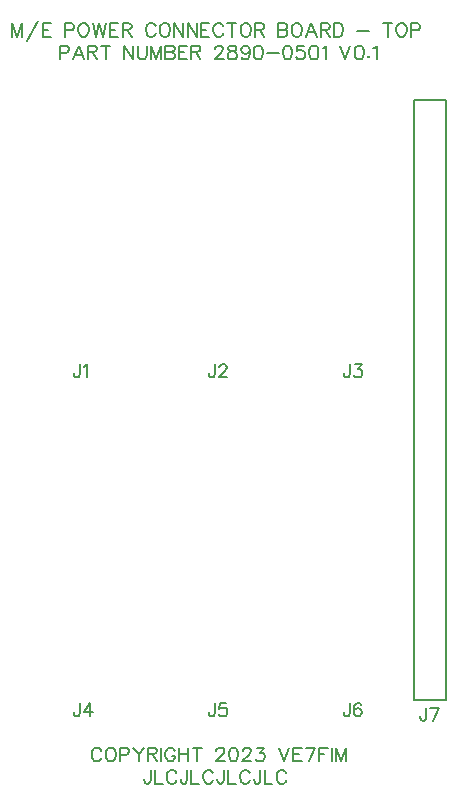
<source format=gto>
G04 Layer: TopSilkscreenLayer*
G04 EasyEDA v6.5.29, 2023-07-18 11:38:57*
G04 be89d959f12a418793a534216dc81482,5a6b42c53f6a479593ecc07194224c93,10*
G04 Gerber Generator version 0.2*
G04 Scale: 100 percent, Rotated: No, Reflected: No *
G04 Dimensions in millimeters *
G04 leading zeros omitted , absolute positions ,4 integer and 5 decimal *
%FSLAX45Y45*%
%MOMM*%

%ADD10C,0.2032*%
%ADD11C,0.1524*%

%LPD*%
D10*
X317500Y11843258D02*
G01*
X317500Y11728704D01*
X317500Y11843258D02*
G01*
X361187Y11728704D01*
X404876Y11843258D02*
G01*
X361187Y11728704D01*
X404876Y11843258D02*
G01*
X404876Y11728704D01*
X538987Y11865102D02*
G01*
X440689Y11690350D01*
X575055Y11843258D02*
G01*
X575055Y11728704D01*
X575055Y11843258D02*
G01*
X645921Y11843258D01*
X575055Y11788647D02*
G01*
X618489Y11788647D01*
X575055Y11728704D02*
G01*
X645921Y11728704D01*
X765809Y11843258D02*
G01*
X765809Y11728704D01*
X765809Y11843258D02*
G01*
X814831Y11843258D01*
X831341Y11837670D01*
X836675Y11832336D01*
X842263Y11821413D01*
X842263Y11804904D01*
X836675Y11793981D01*
X831341Y11788647D01*
X814831Y11783313D01*
X765809Y11783313D01*
X910843Y11843258D02*
G01*
X899922Y11837670D01*
X889254Y11826747D01*
X883665Y11815826D01*
X878331Y11799570D01*
X878331Y11772392D01*
X883665Y11755881D01*
X889254Y11744960D01*
X899922Y11734037D01*
X910843Y11728704D01*
X932688Y11728704D01*
X943609Y11734037D01*
X954531Y11744960D01*
X960120Y11755881D01*
X965454Y11772392D01*
X965454Y11799570D01*
X960120Y11815826D01*
X954531Y11826747D01*
X943609Y11837670D01*
X932688Y11843258D01*
X910843Y11843258D01*
X1001522Y11843258D02*
G01*
X1028700Y11728704D01*
X1056131Y11843258D02*
G01*
X1028700Y11728704D01*
X1056131Y11843258D02*
G01*
X1083309Y11728704D01*
X1110488Y11843258D02*
G01*
X1083309Y11728704D01*
X1146556Y11843258D02*
G01*
X1146556Y11728704D01*
X1146556Y11843258D02*
G01*
X1217422Y11843258D01*
X1146556Y11788647D02*
G01*
X1190243Y11788647D01*
X1146556Y11728704D02*
G01*
X1217422Y11728704D01*
X1253490Y11843258D02*
G01*
X1253490Y11728704D01*
X1253490Y11843258D02*
G01*
X1302511Y11843258D01*
X1319022Y11837670D01*
X1324356Y11832336D01*
X1329943Y11821413D01*
X1329943Y11810492D01*
X1324356Y11799570D01*
X1319022Y11793981D01*
X1302511Y11788647D01*
X1253490Y11788647D01*
X1291590Y11788647D02*
G01*
X1329943Y11728704D01*
X1531620Y11815826D02*
G01*
X1526286Y11826747D01*
X1515363Y11837670D01*
X1504441Y11843258D01*
X1482597Y11843258D01*
X1471675Y11837670D01*
X1460754Y11826747D01*
X1455420Y11815826D01*
X1449831Y11799570D01*
X1449831Y11772392D01*
X1455420Y11755881D01*
X1460754Y11744960D01*
X1471675Y11734037D01*
X1482597Y11728704D01*
X1504441Y11728704D01*
X1515363Y11734037D01*
X1526286Y11744960D01*
X1531620Y11755881D01*
X1600454Y11843258D02*
G01*
X1589531Y11837670D01*
X1578609Y11826747D01*
X1573022Y11815826D01*
X1567688Y11799570D01*
X1567688Y11772392D01*
X1573022Y11755881D01*
X1578609Y11744960D01*
X1589531Y11734037D01*
X1600454Y11728704D01*
X1622297Y11728704D01*
X1633220Y11734037D01*
X1644141Y11744960D01*
X1649475Y11755881D01*
X1655063Y11772392D01*
X1655063Y11799570D01*
X1649475Y11815826D01*
X1644141Y11826747D01*
X1633220Y11837670D01*
X1622297Y11843258D01*
X1600454Y11843258D01*
X1690877Y11843258D02*
G01*
X1690877Y11728704D01*
X1690877Y11843258D02*
G01*
X1767331Y11728704D01*
X1767331Y11843258D02*
G01*
X1767331Y11728704D01*
X1803400Y11843258D02*
G01*
X1803400Y11728704D01*
X1803400Y11843258D02*
G01*
X1879600Y11728704D01*
X1879600Y11843258D02*
G01*
X1879600Y11728704D01*
X1915668Y11843258D02*
G01*
X1915668Y11728704D01*
X1915668Y11843258D02*
G01*
X1986534Y11843258D01*
X1915668Y11788647D02*
G01*
X1959356Y11788647D01*
X1915668Y11728704D02*
G01*
X1986534Y11728704D01*
X2104390Y11815826D02*
G01*
X2099056Y11826747D01*
X2088134Y11837670D01*
X2077211Y11843258D01*
X2055368Y11843258D01*
X2044445Y11837670D01*
X2033524Y11826747D01*
X2027936Y11815826D01*
X2022602Y11799570D01*
X2022602Y11772392D01*
X2027936Y11755881D01*
X2033524Y11744960D01*
X2044445Y11734037D01*
X2055368Y11728704D01*
X2077211Y11728704D01*
X2088134Y11734037D01*
X2099056Y11744960D01*
X2104390Y11755881D01*
X2178558Y11843258D02*
G01*
X2178558Y11728704D01*
X2140458Y11843258D02*
G01*
X2216658Y11843258D01*
X2285491Y11843258D02*
G01*
X2274570Y11837670D01*
X2263647Y11826747D01*
X2258313Y11815826D01*
X2252725Y11799570D01*
X2252725Y11772392D01*
X2258313Y11755881D01*
X2263647Y11744960D01*
X2274570Y11734037D01*
X2285491Y11728704D01*
X2307336Y11728704D01*
X2318258Y11734037D01*
X2329179Y11744960D01*
X2334513Y11755881D01*
X2340102Y11772392D01*
X2340102Y11799570D01*
X2334513Y11815826D01*
X2329179Y11826747D01*
X2318258Y11837670D01*
X2307336Y11843258D01*
X2285491Y11843258D01*
X2375915Y11843258D02*
G01*
X2375915Y11728704D01*
X2375915Y11843258D02*
G01*
X2425191Y11843258D01*
X2441447Y11837670D01*
X2447036Y11832336D01*
X2452370Y11821413D01*
X2452370Y11810492D01*
X2447036Y11799570D01*
X2441447Y11793981D01*
X2425191Y11788647D01*
X2375915Y11788647D01*
X2414270Y11788647D02*
G01*
X2452370Y11728704D01*
X2572511Y11843258D02*
G01*
X2572511Y11728704D01*
X2572511Y11843258D02*
G01*
X2621534Y11843258D01*
X2637790Y11837670D01*
X2643377Y11832336D01*
X2648711Y11821413D01*
X2648711Y11810492D01*
X2643377Y11799570D01*
X2637790Y11793981D01*
X2621534Y11788647D01*
X2572511Y11788647D02*
G01*
X2621534Y11788647D01*
X2637790Y11783313D01*
X2643377Y11777726D01*
X2648711Y11766804D01*
X2648711Y11750547D01*
X2643377Y11739626D01*
X2637790Y11734037D01*
X2621534Y11728704D01*
X2572511Y11728704D01*
X2717545Y11843258D02*
G01*
X2706624Y11837670D01*
X2695702Y11826747D01*
X2690113Y11815826D01*
X2684779Y11799570D01*
X2684779Y11772392D01*
X2690113Y11755881D01*
X2695702Y11744960D01*
X2706624Y11734037D01*
X2717545Y11728704D01*
X2739390Y11728704D01*
X2750311Y11734037D01*
X2761234Y11744960D01*
X2766568Y11755881D01*
X2772156Y11772392D01*
X2772156Y11799570D01*
X2766568Y11815826D01*
X2761234Y11826747D01*
X2750311Y11837670D01*
X2739390Y11843258D01*
X2717545Y11843258D01*
X2851658Y11843258D02*
G01*
X2807970Y11728704D01*
X2851658Y11843258D02*
G01*
X2895345Y11728704D01*
X2824479Y11766804D02*
G01*
X2878836Y11766804D01*
X2931413Y11843258D02*
G01*
X2931413Y11728704D01*
X2931413Y11843258D02*
G01*
X2980436Y11843258D01*
X2996691Y11837670D01*
X3002279Y11832336D01*
X3007613Y11821413D01*
X3007613Y11810492D01*
X3002279Y11799570D01*
X2996691Y11793981D01*
X2980436Y11788647D01*
X2931413Y11788647D01*
X2969513Y11788647D02*
G01*
X3007613Y11728704D01*
X3043681Y11843258D02*
G01*
X3043681Y11728704D01*
X3043681Y11843258D02*
G01*
X3081781Y11843258D01*
X3098291Y11837670D01*
X3109213Y11826747D01*
X3114547Y11815826D01*
X3120136Y11799570D01*
X3120136Y11772392D01*
X3114547Y11755881D01*
X3109213Y11744960D01*
X3098291Y11734037D01*
X3081781Y11728704D01*
X3043681Y11728704D01*
X3240024Y11777726D02*
G01*
X3338322Y11777726D01*
X3496309Y11843258D02*
G01*
X3496309Y11728704D01*
X3458209Y11843258D02*
G01*
X3534663Y11843258D01*
X3603243Y11843258D02*
G01*
X3592322Y11837670D01*
X3581400Y11826747D01*
X3576065Y11815826D01*
X3570477Y11799570D01*
X3570477Y11772392D01*
X3576065Y11755881D01*
X3581400Y11744960D01*
X3592322Y11734037D01*
X3603243Y11728704D01*
X3625088Y11728704D01*
X3636009Y11734037D01*
X3646931Y11744960D01*
X3652520Y11755881D01*
X3657854Y11772392D01*
X3657854Y11799570D01*
X3652520Y11815826D01*
X3646931Y11826747D01*
X3636009Y11837670D01*
X3625088Y11843258D01*
X3603243Y11843258D01*
X3693922Y11843258D02*
G01*
X3693922Y11728704D01*
X3693922Y11843258D02*
G01*
X3742943Y11843258D01*
X3759200Y11837670D01*
X3764788Y11832336D01*
X3770122Y11821413D01*
X3770122Y11804904D01*
X3764788Y11793981D01*
X3759200Y11788647D01*
X3742943Y11783313D01*
X3693922Y11783313D01*
X723900Y11652758D02*
G01*
X723900Y11538204D01*
X723900Y11652758D02*
G01*
X772922Y11652758D01*
X789431Y11647170D01*
X794765Y11641836D01*
X800354Y11630913D01*
X800354Y11614404D01*
X794765Y11603481D01*
X789431Y11598147D01*
X772922Y11592813D01*
X723900Y11592813D01*
X879856Y11652758D02*
G01*
X836168Y11538204D01*
X879856Y11652758D02*
G01*
X923543Y11538204D01*
X852677Y11576304D02*
G01*
X907288Y11576304D01*
X959611Y11652758D02*
G01*
X959611Y11538204D01*
X959611Y11652758D02*
G01*
X1008634Y11652758D01*
X1024890Y11647170D01*
X1030477Y11641836D01*
X1035811Y11630913D01*
X1035811Y11619992D01*
X1030477Y11609070D01*
X1024890Y11603481D01*
X1008634Y11598147D01*
X959611Y11598147D01*
X997711Y11598147D02*
G01*
X1035811Y11538204D01*
X1109979Y11652758D02*
G01*
X1109979Y11538204D01*
X1071879Y11652758D02*
G01*
X1148334Y11652758D01*
X1268222Y11652758D02*
G01*
X1268222Y11538204D01*
X1268222Y11652758D02*
G01*
X1344675Y11538204D01*
X1344675Y11652758D02*
G01*
X1344675Y11538204D01*
X1380743Y11652758D02*
G01*
X1380743Y11570970D01*
X1386077Y11554460D01*
X1397000Y11543537D01*
X1413256Y11538204D01*
X1424177Y11538204D01*
X1440688Y11543537D01*
X1451609Y11554460D01*
X1456943Y11570970D01*
X1456943Y11652758D01*
X1493011Y11652758D02*
G01*
X1493011Y11538204D01*
X1493011Y11652758D02*
G01*
X1536700Y11538204D01*
X1580388Y11652758D02*
G01*
X1536700Y11538204D01*
X1580388Y11652758D02*
G01*
X1580388Y11538204D01*
X1616202Y11652758D02*
G01*
X1616202Y11538204D01*
X1616202Y11652758D02*
G01*
X1665477Y11652758D01*
X1681734Y11647170D01*
X1687068Y11641836D01*
X1692656Y11630913D01*
X1692656Y11619992D01*
X1687068Y11609070D01*
X1681734Y11603481D01*
X1665477Y11598147D01*
X1616202Y11598147D02*
G01*
X1665477Y11598147D01*
X1681734Y11592813D01*
X1687068Y11587226D01*
X1692656Y11576304D01*
X1692656Y11560047D01*
X1687068Y11549126D01*
X1681734Y11543537D01*
X1665477Y11538204D01*
X1616202Y11538204D01*
X1728724Y11652758D02*
G01*
X1728724Y11538204D01*
X1728724Y11652758D02*
G01*
X1799590Y11652758D01*
X1728724Y11598147D02*
G01*
X1772158Y11598147D01*
X1728724Y11538204D02*
G01*
X1799590Y11538204D01*
X1835658Y11652758D02*
G01*
X1835658Y11538204D01*
X1835658Y11652758D02*
G01*
X1884679Y11652758D01*
X1900936Y11647170D01*
X1906524Y11641836D01*
X1911858Y11630913D01*
X1911858Y11619992D01*
X1906524Y11609070D01*
X1900936Y11603481D01*
X1884679Y11598147D01*
X1835658Y11598147D01*
X1873758Y11598147D02*
G01*
X1911858Y11538204D01*
X2037334Y11625326D02*
G01*
X2037334Y11630913D01*
X2042922Y11641836D01*
X2048256Y11647170D01*
X2059177Y11652758D01*
X2081022Y11652758D01*
X2091943Y11647170D01*
X2097277Y11641836D01*
X2102865Y11630913D01*
X2102865Y11619992D01*
X2097277Y11609070D01*
X2086356Y11592813D01*
X2032000Y11538204D01*
X2108200Y11538204D01*
X2171445Y11652758D02*
G01*
X2155190Y11647170D01*
X2149602Y11636247D01*
X2149602Y11625326D01*
X2155190Y11614404D01*
X2166111Y11609070D01*
X2187956Y11603481D01*
X2204211Y11598147D01*
X2215134Y11587226D01*
X2220722Y11576304D01*
X2220722Y11560047D01*
X2215134Y11549126D01*
X2209800Y11543537D01*
X2193290Y11538204D01*
X2171445Y11538204D01*
X2155190Y11543537D01*
X2149602Y11549126D01*
X2144268Y11560047D01*
X2144268Y11576304D01*
X2149602Y11587226D01*
X2160524Y11598147D01*
X2177034Y11603481D01*
X2198877Y11609070D01*
X2209800Y11614404D01*
X2215134Y11625326D01*
X2215134Y11636247D01*
X2209800Y11647170D01*
X2193290Y11652758D01*
X2171445Y11652758D01*
X2327656Y11614404D02*
G01*
X2322068Y11598147D01*
X2311145Y11587226D01*
X2294890Y11581892D01*
X2289302Y11581892D01*
X2273045Y11587226D01*
X2262124Y11598147D01*
X2256536Y11614404D01*
X2256536Y11619992D01*
X2262124Y11636247D01*
X2273045Y11647170D01*
X2289302Y11652758D01*
X2294890Y11652758D01*
X2311145Y11647170D01*
X2322068Y11636247D01*
X2327656Y11614404D01*
X2327656Y11587226D01*
X2322068Y11560047D01*
X2311145Y11543537D01*
X2294890Y11538204D01*
X2283968Y11538204D01*
X2267458Y11543537D01*
X2262124Y11554460D01*
X2396236Y11652758D02*
G01*
X2379979Y11647170D01*
X2369058Y11630913D01*
X2363470Y11603481D01*
X2363470Y11587226D01*
X2369058Y11560047D01*
X2379979Y11543537D01*
X2396236Y11538204D01*
X2407158Y11538204D01*
X2423413Y11543537D01*
X2434336Y11560047D01*
X2439924Y11587226D01*
X2439924Y11603481D01*
X2434336Y11630913D01*
X2423413Y11647170D01*
X2407158Y11652758D01*
X2396236Y11652758D01*
X2475991Y11587226D02*
G01*
X2574036Y11587226D01*
X2642870Y11652758D02*
G01*
X2626359Y11647170D01*
X2615438Y11630913D01*
X2610104Y11603481D01*
X2610104Y11587226D01*
X2615438Y11560047D01*
X2626359Y11543537D01*
X2642870Y11538204D01*
X2653791Y11538204D01*
X2670047Y11543537D01*
X2680970Y11560047D01*
X2686558Y11587226D01*
X2686558Y11603481D01*
X2680970Y11630913D01*
X2670047Y11647170D01*
X2653791Y11652758D01*
X2642870Y11652758D01*
X2787904Y11652758D02*
G01*
X2733293Y11652758D01*
X2727959Y11603481D01*
X2733293Y11609070D01*
X2749804Y11614404D01*
X2766059Y11614404D01*
X2782315Y11609070D01*
X2793238Y11598147D01*
X2798825Y11581892D01*
X2798825Y11570970D01*
X2793238Y11554460D01*
X2782315Y11543537D01*
X2766059Y11538204D01*
X2749804Y11538204D01*
X2733293Y11543537D01*
X2727959Y11549126D01*
X2722372Y11560047D01*
X2867406Y11652758D02*
G01*
X2851150Y11647170D01*
X2840227Y11630913D01*
X2834893Y11603481D01*
X2834893Y11587226D01*
X2840227Y11560047D01*
X2851150Y11543537D01*
X2867406Y11538204D01*
X2878327Y11538204D01*
X2894838Y11543537D01*
X2905759Y11560047D01*
X2911093Y11587226D01*
X2911093Y11603481D01*
X2905759Y11630913D01*
X2894838Y11647170D01*
X2878327Y11652758D01*
X2867406Y11652758D01*
X2947161Y11630913D02*
G01*
X2958084Y11636247D01*
X2974340Y11652758D01*
X2974340Y11538204D01*
X3094481Y11652758D02*
G01*
X3138170Y11538204D01*
X3181604Y11652758D02*
G01*
X3138170Y11538204D01*
X3250438Y11652758D02*
G01*
X3234181Y11647170D01*
X3223259Y11630913D01*
X3217672Y11603481D01*
X3217672Y11587226D01*
X3223259Y11560047D01*
X3234181Y11543537D01*
X3250438Y11538204D01*
X3261359Y11538204D01*
X3277615Y11543537D01*
X3288538Y11560047D01*
X3294125Y11587226D01*
X3294125Y11603481D01*
X3288538Y11630913D01*
X3277615Y11647170D01*
X3261359Y11652758D01*
X3250438Y11652758D01*
X3335527Y11565381D02*
G01*
X3330193Y11560047D01*
X3335527Y11554460D01*
X3340861Y11560047D01*
X3335527Y11565381D01*
X3376929Y11630913D02*
G01*
X3387852Y11636247D01*
X3404361Y11652758D01*
X3404361Y11538204D01*
X1072418Y5681817D02*
G01*
X1066962Y5692726D01*
X1056053Y5703636D01*
X1045146Y5709089D01*
X1023327Y5709089D01*
X1012418Y5703636D01*
X1001509Y5692726D01*
X996053Y5681817D01*
X990600Y5665454D01*
X990600Y5638182D01*
X996053Y5621817D01*
X1001509Y5610908D01*
X1012418Y5599998D01*
X1023327Y5594545D01*
X1045146Y5594545D01*
X1056053Y5599998D01*
X1066962Y5610908D01*
X1072418Y5621817D01*
X1141145Y5709089D02*
G01*
X1130236Y5703636D01*
X1119327Y5692726D01*
X1113871Y5681817D01*
X1108417Y5665454D01*
X1108417Y5638182D01*
X1113871Y5621817D01*
X1119327Y5610908D01*
X1130236Y5599998D01*
X1141145Y5594545D01*
X1162964Y5594545D01*
X1173871Y5599998D01*
X1184780Y5610908D01*
X1190236Y5621817D01*
X1195689Y5638182D01*
X1195689Y5665454D01*
X1190236Y5681817D01*
X1184780Y5692726D01*
X1173871Y5703636D01*
X1162964Y5709089D01*
X1141145Y5709089D01*
X1231689Y5709089D02*
G01*
X1231689Y5594545D01*
X1231689Y5709089D02*
G01*
X1280782Y5709089D01*
X1297144Y5703636D01*
X1302598Y5698182D01*
X1308054Y5687273D01*
X1308054Y5670908D01*
X1302598Y5659998D01*
X1297144Y5654545D01*
X1280782Y5649089D01*
X1231689Y5649089D01*
X1344053Y5709089D02*
G01*
X1387690Y5654545D01*
X1387690Y5594545D01*
X1431325Y5709089D02*
G01*
X1387690Y5654545D01*
X1467327Y5709089D02*
G01*
X1467327Y5594545D01*
X1467327Y5709089D02*
G01*
X1516418Y5709089D01*
X1532780Y5703636D01*
X1538234Y5698182D01*
X1543690Y5687273D01*
X1543690Y5676364D01*
X1538234Y5665454D01*
X1532780Y5659998D01*
X1516418Y5654545D01*
X1467327Y5654545D01*
X1505508Y5654545D02*
G01*
X1543690Y5594545D01*
X1579689Y5709089D02*
G01*
X1579689Y5594545D01*
X1697507Y5681817D02*
G01*
X1692054Y5692726D01*
X1681144Y5703636D01*
X1670235Y5709089D01*
X1648416Y5709089D01*
X1637507Y5703636D01*
X1626598Y5692726D01*
X1621144Y5681817D01*
X1615688Y5665454D01*
X1615688Y5638182D01*
X1621144Y5621817D01*
X1626598Y5610908D01*
X1637507Y5599998D01*
X1648416Y5594545D01*
X1670235Y5594545D01*
X1681144Y5599998D01*
X1692054Y5610908D01*
X1697507Y5621817D01*
X1697507Y5638182D01*
X1670235Y5638182D02*
G01*
X1697507Y5638182D01*
X1733506Y5709089D02*
G01*
X1733506Y5594545D01*
X1809871Y5709089D02*
G01*
X1809871Y5594545D01*
X1733506Y5654545D02*
G01*
X1809871Y5654545D01*
X1884052Y5709089D02*
G01*
X1884052Y5594545D01*
X1845871Y5709089D02*
G01*
X1922233Y5709089D01*
X2047689Y5681817D02*
G01*
X2047689Y5687273D01*
X2053142Y5698182D01*
X2058598Y5703636D01*
X2069508Y5709089D01*
X2091324Y5709089D01*
X2102233Y5703636D01*
X2107689Y5698182D01*
X2113142Y5687273D01*
X2113142Y5676364D01*
X2107689Y5665454D01*
X2096780Y5649089D01*
X2042233Y5594545D01*
X2118598Y5594545D01*
X2187326Y5709089D02*
G01*
X2170960Y5703636D01*
X2160051Y5687273D01*
X2154598Y5659998D01*
X2154598Y5643636D01*
X2160051Y5616364D01*
X2170960Y5599998D01*
X2187326Y5594545D01*
X2198232Y5594545D01*
X2214598Y5599998D01*
X2225507Y5616364D01*
X2230960Y5643636D01*
X2230960Y5659998D01*
X2225507Y5687273D01*
X2214598Y5703636D01*
X2198232Y5709089D01*
X2187326Y5709089D01*
X2272416Y5681817D02*
G01*
X2272416Y5687273D01*
X2277869Y5698182D01*
X2283325Y5703636D01*
X2294234Y5709089D01*
X2316050Y5709089D01*
X2326960Y5703636D01*
X2332415Y5698182D01*
X2337869Y5687273D01*
X2337869Y5676364D01*
X2332415Y5665454D01*
X2321506Y5649089D01*
X2266960Y5594545D01*
X2343325Y5594545D01*
X2390233Y5709089D02*
G01*
X2450233Y5709089D01*
X2417505Y5665454D01*
X2433868Y5665454D01*
X2444777Y5659998D01*
X2450233Y5654545D01*
X2455687Y5638182D01*
X2455687Y5627273D01*
X2450233Y5610908D01*
X2439324Y5599998D01*
X2422961Y5594545D01*
X2406596Y5594545D01*
X2390233Y5599998D01*
X2384778Y5605454D01*
X2379324Y5616364D01*
X2575686Y5709089D02*
G01*
X2619324Y5594545D01*
X2662961Y5709089D02*
G01*
X2619324Y5594545D01*
X2698960Y5709089D02*
G01*
X2698960Y5594545D01*
X2698960Y5709089D02*
G01*
X2769870Y5709089D01*
X2698960Y5654545D02*
G01*
X2742595Y5654545D01*
X2698960Y5594545D02*
G01*
X2769870Y5594545D01*
X2882231Y5709089D02*
G01*
X2827688Y5594545D01*
X2805869Y5709089D02*
G01*
X2882231Y5709089D01*
X2918231Y5709089D02*
G01*
X2918231Y5594545D01*
X2918231Y5709089D02*
G01*
X2989140Y5709089D01*
X2918231Y5654545D02*
G01*
X2961868Y5654545D01*
X3025142Y5709089D02*
G01*
X3025142Y5594545D01*
X3061141Y5709089D02*
G01*
X3061141Y5594545D01*
X3061141Y5709089D02*
G01*
X3104776Y5594545D01*
X3148413Y5709089D02*
G01*
X3104776Y5594545D01*
X3148413Y5709089D02*
G01*
X3148413Y5594545D01*
X1489709Y5518657D02*
G01*
X1489709Y5431281D01*
X1484122Y5415026D01*
X1478788Y5409437D01*
X1467865Y5404104D01*
X1456943Y5404104D01*
X1446022Y5409437D01*
X1440434Y5415026D01*
X1435100Y5431281D01*
X1435100Y5442204D01*
X1525524Y5518657D02*
G01*
X1525524Y5404104D01*
X1525524Y5404104D02*
G01*
X1591056Y5404104D01*
X1708911Y5491226D02*
G01*
X1703577Y5502147D01*
X1692656Y5513070D01*
X1681734Y5518657D01*
X1659890Y5518657D01*
X1648968Y5513070D01*
X1638045Y5502147D01*
X1632458Y5491226D01*
X1627124Y5474970D01*
X1627124Y5447792D01*
X1632458Y5431281D01*
X1638045Y5420360D01*
X1648968Y5409437D01*
X1659890Y5404104D01*
X1681734Y5404104D01*
X1692656Y5409437D01*
X1703577Y5420360D01*
X1708911Y5431281D01*
X1799336Y5518657D02*
G01*
X1799336Y5431281D01*
X1794002Y5415026D01*
X1788668Y5409437D01*
X1777745Y5404104D01*
X1766824Y5404104D01*
X1755902Y5409437D01*
X1750313Y5415026D01*
X1744979Y5431281D01*
X1744979Y5442204D01*
X1835404Y5518657D02*
G01*
X1835404Y5404104D01*
X1835404Y5404104D02*
G01*
X1900936Y5404104D01*
X2018791Y5491226D02*
G01*
X2013204Y5502147D01*
X2002281Y5513070D01*
X1991359Y5518657D01*
X1969770Y5518657D01*
X1958847Y5513070D01*
X1947925Y5502147D01*
X1942338Y5491226D01*
X1937004Y5474970D01*
X1937004Y5447792D01*
X1942338Y5431281D01*
X1947925Y5420360D01*
X1958847Y5409437D01*
X1969770Y5404104D01*
X1991359Y5404104D01*
X2002281Y5409437D01*
X2013204Y5420360D01*
X2018791Y5431281D01*
X2109215Y5518657D02*
G01*
X2109215Y5431281D01*
X2103881Y5415026D01*
X2098293Y5409437D01*
X2087372Y5404104D01*
X2076450Y5404104D01*
X2065527Y5409437D01*
X2060193Y5415026D01*
X2054859Y5431281D01*
X2054859Y5442204D01*
X2145284Y5518657D02*
G01*
X2145284Y5404104D01*
X2145284Y5404104D02*
G01*
X2210815Y5404104D01*
X2328672Y5491226D02*
G01*
X2323084Y5502147D01*
X2312161Y5513070D01*
X2301240Y5518657D01*
X2279395Y5518657D01*
X2268474Y5513070D01*
X2257552Y5502147D01*
X2252218Y5491226D01*
X2246629Y5474970D01*
X2246629Y5447792D01*
X2252218Y5431281D01*
X2257552Y5420360D01*
X2268474Y5409437D01*
X2279395Y5404104D01*
X2301240Y5404104D01*
X2312161Y5409437D01*
X2323084Y5420360D01*
X2328672Y5431281D01*
X2419095Y5518657D02*
G01*
X2419095Y5431281D01*
X2413761Y5415026D01*
X2408174Y5409437D01*
X2397252Y5404104D01*
X2386329Y5404104D01*
X2375408Y5409437D01*
X2370074Y5415026D01*
X2364486Y5431281D01*
X2364486Y5442204D01*
X2455163Y5518657D02*
G01*
X2455163Y5404104D01*
X2455163Y5404104D02*
G01*
X2520441Y5404104D01*
X2638297Y5491226D02*
G01*
X2632963Y5502147D01*
X2622041Y5513070D01*
X2611120Y5518657D01*
X2589275Y5518657D01*
X2578354Y5513070D01*
X2567431Y5502147D01*
X2562097Y5491226D01*
X2556509Y5474970D01*
X2556509Y5447792D01*
X2562097Y5431281D01*
X2567431Y5420360D01*
X2578354Y5409437D01*
X2589275Y5404104D01*
X2611120Y5404104D01*
X2622041Y5409437D01*
X2632963Y5420360D01*
X2638297Y5431281D01*
D11*
X890270Y8954515D02*
G01*
X890270Y8871458D01*
X884936Y8855710D01*
X879856Y8850629D01*
X869441Y8845550D01*
X859027Y8845550D01*
X848613Y8850629D01*
X843279Y8855710D01*
X838200Y8871458D01*
X838200Y8881871D01*
X924559Y8933687D02*
G01*
X934720Y8939021D01*
X950468Y8954515D01*
X950468Y8845550D01*
X890277Y6084326D02*
G01*
X890277Y6001268D01*
X884943Y5985520D01*
X879863Y5980440D01*
X869449Y5975360D01*
X859035Y5975360D01*
X848621Y5980440D01*
X843287Y5985520D01*
X838207Y6001268D01*
X838207Y6011682D01*
X976383Y6084326D02*
G01*
X924567Y6011682D01*
X1002291Y6011682D01*
X976383Y6084326D02*
G01*
X976383Y5975360D01*
X2033270Y8954515D02*
G01*
X2033270Y8871458D01*
X2027936Y8855710D01*
X2022856Y8850629D01*
X2012441Y8845550D01*
X2002027Y8845550D01*
X1991613Y8850629D01*
X1986279Y8855710D01*
X1981200Y8871458D01*
X1981200Y8881871D01*
X2072640Y8928608D02*
G01*
X2072640Y8933687D01*
X2077720Y8944102D01*
X2083054Y8949436D01*
X2093468Y8954515D01*
X2114295Y8954515D01*
X2124709Y8949436D01*
X2129790Y8944102D01*
X2134870Y8933687D01*
X2134870Y8923274D01*
X2129790Y8912860D01*
X2119375Y8897365D01*
X2067559Y8845550D01*
X2140204Y8845550D01*
X3176270Y8954515D02*
G01*
X3176270Y8871458D01*
X3170936Y8855710D01*
X3165856Y8850629D01*
X3155441Y8845550D01*
X3145027Y8845550D01*
X3134613Y8850629D01*
X3129279Y8855710D01*
X3124200Y8871458D01*
X3124200Y8881871D01*
X3220720Y8954515D02*
G01*
X3277870Y8954515D01*
X3246881Y8912860D01*
X3262375Y8912860D01*
X3272790Y8907779D01*
X3277870Y8902700D01*
X3283204Y8886952D01*
X3283204Y8876537D01*
X3277870Y8861044D01*
X3267709Y8850629D01*
X3251961Y8845550D01*
X3236468Y8845550D01*
X3220720Y8850629D01*
X3215640Y8855710D01*
X3210559Y8866124D01*
X2033270Y6084315D02*
G01*
X2033270Y6001257D01*
X2027936Y5985510D01*
X2022856Y5980429D01*
X2012441Y5975350D01*
X2002027Y5975350D01*
X1991613Y5980429D01*
X1986279Y5985510D01*
X1981200Y6001257D01*
X1981200Y6011671D01*
X2129790Y6084315D02*
G01*
X2077720Y6084315D01*
X2072640Y6037579D01*
X2077720Y6042660D01*
X2093468Y6047994D01*
X2108961Y6047994D01*
X2124709Y6042660D01*
X2134870Y6032500D01*
X2140204Y6016752D01*
X2140204Y6006337D01*
X2134870Y5990844D01*
X2124709Y5980429D01*
X2108961Y5975350D01*
X2093468Y5975350D01*
X2077720Y5980429D01*
X2072640Y5985510D01*
X2067559Y5995923D01*
X3176270Y6084315D02*
G01*
X3176270Y6001257D01*
X3170936Y5985510D01*
X3165856Y5980429D01*
X3155441Y5975350D01*
X3145027Y5975350D01*
X3134613Y5980429D01*
X3129279Y5985510D01*
X3124200Y6001257D01*
X3124200Y6011671D01*
X3272790Y6068821D02*
G01*
X3267709Y6079236D01*
X3251961Y6084315D01*
X3241547Y6084315D01*
X3226054Y6079236D01*
X3215640Y6063487D01*
X3210559Y6037579D01*
X3210559Y6011671D01*
X3215640Y5990844D01*
X3226054Y5980429D01*
X3241547Y5975350D01*
X3246881Y5975350D01*
X3262375Y5980429D01*
X3272790Y5990844D01*
X3277870Y6006337D01*
X3277870Y6011671D01*
X3272790Y6027165D01*
X3262375Y6037579D01*
X3246881Y6042660D01*
X3241547Y6042660D01*
X3226054Y6037579D01*
X3215640Y6027165D01*
X3210559Y6011671D01*
X3823715Y6046215D02*
G01*
X3823715Y5963157D01*
X3818636Y5947410D01*
X3813556Y5942329D01*
X3803141Y5937250D01*
X3792727Y5937250D01*
X3782313Y5942329D01*
X3776979Y5947410D01*
X3771900Y5963157D01*
X3771900Y5973571D01*
X3930904Y6046215D02*
G01*
X3878834Y5937250D01*
X3858006Y6046215D02*
G01*
X3930904Y6046215D01*
D10*
X3733792Y11188700D02*
G01*
X3721092Y11188700D01*
X3721092Y6108700D01*
X3987792Y6108700D01*
X3987792Y11188700D01*
X3733792Y11188700D01*
M02*

</source>
